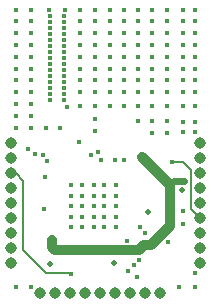
<source format=gbr>
G04 EAGLE Gerber RS-274X export*
G75*
%MOMM*%
%FSLAX34Y34*%
%LPD*%
%INCopper Layer 15*%
%IPPOS*%
%AMOC8*
5,1,8,0,0,1.08239X$1,22.5*%
G01*
%ADD10C,0.975000*%
%ADD11C,0.403200*%
%ADD12C,0.503200*%
%ADD13C,0.812800*%
%ADD14C,0.609600*%
%ADD15C,0.152400*%
%ADD16C,0.200000*%


D10*
X77994Y127D03*
X65294Y127D03*
X52594Y127D03*
X39894Y127D03*
X27194Y127D03*
X90694Y127D03*
X103394Y127D03*
X116094Y127D03*
X128794Y127D03*
X2159Y76327D03*
X2159Y89027D03*
X2159Y101727D03*
X2159Y114427D03*
X2159Y127127D03*
X2159Y63627D03*
X2159Y50927D03*
X2159Y38227D03*
X2159Y25527D03*
X162598Y76410D03*
X162598Y89110D03*
X162598Y101810D03*
X162598Y114510D03*
X162598Y127210D03*
X162598Y63710D03*
X162598Y51010D03*
X162598Y38310D03*
X162598Y25610D03*
D11*
X35560Y163830D03*
X35560Y168910D03*
X35560Y173990D03*
X35560Y179070D03*
X35560Y184150D03*
X35560Y189230D03*
X35560Y194310D03*
X35560Y199390D03*
X35560Y204470D03*
X35560Y209550D03*
X35560Y214630D03*
X35560Y219710D03*
X35560Y224790D03*
X35560Y229870D03*
X35560Y234950D03*
X34290Y240030D03*
X46990Y163830D03*
X46990Y168910D03*
X46990Y173990D03*
X46990Y179070D03*
X46990Y184150D03*
X46990Y189230D03*
X46990Y194310D03*
X46990Y199390D03*
X46990Y204470D03*
X46990Y209550D03*
X46990Y214630D03*
X46990Y219710D03*
X46990Y224790D03*
X46990Y229870D03*
X46990Y234950D03*
X48260Y240030D03*
X19290Y240030D03*
X6790Y240030D03*
X6790Y230030D03*
X6790Y220030D03*
X6790Y210030D03*
X6790Y200030D03*
X6790Y190030D03*
X6790Y180030D03*
X6790Y170030D03*
X19290Y230030D03*
X19290Y220030D03*
X19290Y210030D03*
X19290Y200030D03*
X19290Y190030D03*
X19290Y180030D03*
X19290Y170030D03*
X60760Y240030D03*
X73260Y240030D03*
X85760Y240030D03*
X98260Y240030D03*
X109450Y240030D03*
X121910Y240030D03*
X134370Y240030D03*
X148100Y240030D03*
X60760Y230030D03*
X60760Y220030D03*
X60760Y210030D03*
X60760Y200030D03*
X60760Y190030D03*
X60760Y180030D03*
X60760Y170030D03*
X73260Y230030D03*
X73260Y220030D03*
X73260Y210030D03*
X73260Y200030D03*
X73260Y190030D03*
X73260Y180030D03*
X73260Y170030D03*
X85760Y230030D03*
X85760Y220030D03*
X85760Y210030D03*
X85760Y200030D03*
X85760Y190030D03*
X85760Y180030D03*
X85760Y170030D03*
X98260Y230030D03*
X98260Y220030D03*
X98260Y210030D03*
X98260Y200030D03*
X98260Y190030D03*
X98260Y180030D03*
X98260Y170030D03*
X109450Y230030D03*
X109450Y220030D03*
X109450Y210030D03*
X109450Y200030D03*
X109450Y190030D03*
X109450Y180030D03*
X109450Y170030D03*
X121910Y230030D03*
X121910Y220030D03*
X121910Y210030D03*
X121910Y200030D03*
X121910Y190030D03*
X121910Y180030D03*
X121910Y170030D03*
X134370Y230030D03*
X134370Y220030D03*
X134370Y210030D03*
X134370Y200030D03*
X134370Y190030D03*
X134370Y180030D03*
X134370Y170030D03*
X148100Y230030D03*
X148100Y220030D03*
X148100Y210030D03*
X148100Y200030D03*
X148100Y190030D03*
X148100Y180030D03*
X148100Y170030D03*
X158260Y158800D03*
X158260Y145030D03*
X6790Y160030D03*
X6790Y150030D03*
X6790Y140030D03*
X19290Y160030D03*
X19290Y150030D03*
X19290Y140030D03*
X158260Y170030D03*
X158260Y180030D03*
X158260Y190030D03*
X158260Y200030D03*
X158260Y210030D03*
X158260Y220030D03*
X158260Y230030D03*
X158260Y240030D03*
X72190Y73510D03*
X62030Y73510D03*
X53140Y73510D03*
X81080Y73510D03*
X91240Y73510D03*
X81080Y64620D03*
X81080Y55730D03*
X91240Y64620D03*
X91240Y55730D03*
X72190Y64620D03*
X72190Y55730D03*
X62030Y55730D03*
X62030Y64620D03*
X53140Y55730D03*
X53140Y64620D03*
X53140Y82400D03*
X53140Y91290D03*
X62030Y82400D03*
X62030Y91290D03*
X72190Y82400D03*
X81080Y82400D03*
X91240Y82400D03*
X72190Y91290D03*
X91240Y91290D03*
X81080Y91290D03*
X73260Y158600D03*
X73260Y147170D03*
X73260Y137010D03*
X85760Y158600D03*
X98260Y158600D03*
X109450Y158600D03*
X121910Y158600D03*
X134370Y158600D03*
X148100Y158600D03*
X134370Y145900D03*
X121910Y145900D03*
X109450Y145900D03*
X148100Y145030D03*
X60760Y158600D03*
D12*
X118110Y68580D03*
X147320Y87630D03*
D11*
X31990Y140030D03*
X43420Y140030D03*
D12*
X89487Y25805D03*
D11*
X6790Y5410D03*
X19290Y5410D03*
X158260Y5330D03*
X158260Y16760D03*
X144290Y5330D03*
X135640Y43030D03*
X30720Y98120D03*
X59490Y128120D03*
X75800Y119230D03*
X49570Y157891D03*
D12*
X34938Y24922D03*
D11*
X121910Y135740D03*
X134370Y135740D03*
X148100Y136140D03*
X158260Y136140D03*
X148340Y58270D03*
X148340Y69700D03*
D12*
X120650Y40640D03*
X113030Y115570D03*
D13*
X136930Y91670D02*
X136930Y56920D01*
X136930Y91670D02*
X113030Y115570D01*
D11*
X148590Y95250D03*
D14*
X140510Y95250D01*
X136930Y91670D01*
D12*
X36830Y39370D03*
D13*
X39370Y36830D01*
D12*
X117628Y112140D03*
X36628Y45064D03*
D13*
X36628Y39572D02*
X36830Y39370D01*
X36628Y39572D02*
X36628Y45064D01*
D12*
X113905Y40827D03*
D13*
X110725Y36830D02*
X39370Y36830D01*
X114535Y40640D02*
X120650Y40640D01*
X114535Y40640D02*
X110725Y36830D01*
X120650Y40640D02*
X136930Y56920D01*
D11*
X97790Y113030D03*
X90170Y113030D03*
X78740Y113030D03*
X69850Y116840D03*
X16510Y121920D03*
X22860Y118110D03*
X29210Y116840D03*
X33020Y111760D03*
X30480Y71120D03*
X109220Y13970D03*
X101680Y19050D03*
X106090Y23630D03*
X110490Y27940D03*
X100330Y44450D03*
X115570Y50800D03*
X111760Y55880D03*
X139000Y111059D03*
D15*
X154940Y71368D02*
X162598Y63710D01*
X148021Y111059D02*
X139000Y111059D01*
X154940Y104140D02*
X154940Y71368D01*
X154940Y104140D02*
X148021Y111059D01*
D11*
X52820Y16052D03*
D16*
X52820Y16942D01*
X12700Y36403D02*
X12700Y95250D01*
X6223Y101727D01*
X32161Y16942D02*
X52820Y16942D01*
X32161Y16942D02*
X12700Y36403D01*
X6223Y101727D02*
X2159Y101727D01*
M02*

</source>
